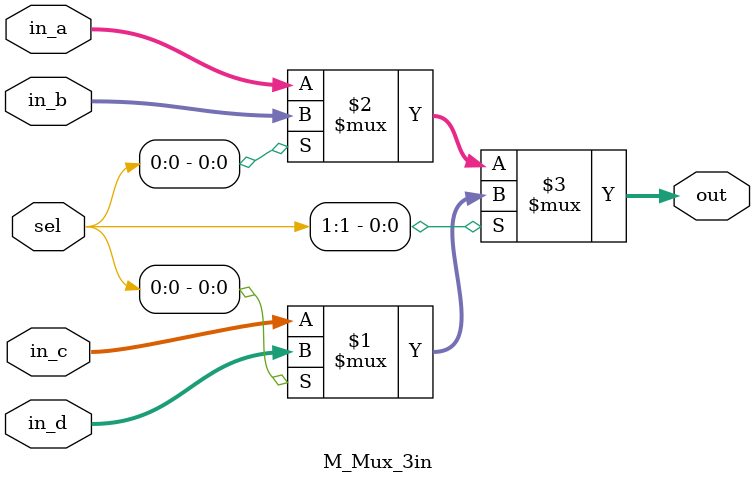
<source format=v>
module M_Mux_3in #(
    parameter DATA_N = 8
) (
    input[DATA_N-1:0] in_a, in_b, in_c, in_d,
    input [1:0]sel,
    output[DATA_N-1:0] out
);
    assign out = sel[1]? (sel[0]? in_d: in_c):(sel[0]? in_b: in_a);
endmodule
</source>
